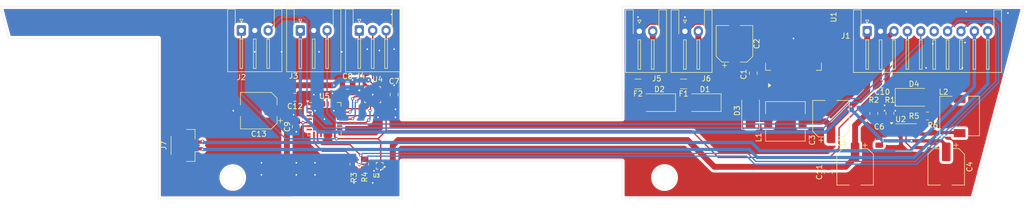
<source format=kicad_pcb>
(kicad_pcb (version 20241229) (generator "pcbnew") (generator_version "9.0")
  (layers (0 "F.Cu" signal) (2 "B.Cu" signal) (13 "F.Paste" user) (15 "B.Paste" user) (5 "F.SilkS" user "F.Silkscreen") (7 "B.SilkS" user "B.Silkscreen") (1 "F.Mask" user) (3 "B.Mask" user) (25 "Edge.Cuts" user))
  (net 0 "")
  (net 1 "GND")
  (net 2 "+5V")
  (net 3 "+10V")
  (net 4 "Net-(U2-TC)")
  (net 5 "Net-(U4-1.8VOUT)")
  (net 6 "Net-(U4-VCP)")
  (net 7 "Net-(D3-K)")
  (net 8 "Net-(D4-A)")
  (net 9 "+12V")
  (net 10 "+3V3")
  (net 11 "Net-(J1-Pin_4)")
  (net 12 "Net-(J1-Pin_5)")
  (net 14 "Net-(U2-Vfb)")
  (net 15 "/SCL")
  (net 16 "/SDA")
  (net 29 "/SPKR+")
  (net 34 "/SPKR-")
  (net 35 "Net-(D1-A)")
  (net 36 "Net-(D2-A)")
  (net 37 "Net-(J6-Pin_2)")
  (net 38 "Net-(J5-Pin_2)")
  (net 39 "/W")
  (net 40 "/V")
  (net 41 "/U")
  (net 42 "/VH")
  (net 43 "Net-(U2-Ipk)")
  (net 44 "/WL")
  (net 45 "Net-(U2-DC)")
  (net 46 "/UL")
  (net 47 "/UH")
  (net 48 "/VL")
  (net 49 "/WH")
  (footprint "Diode_SMD:D_SMA" (layer "F.Cu") (at 185.5 108.5 180)
    (property "Reference" "D1")
    (property "Value" "C437199")
  )
  (footprint "Connector_JST:JST_XH_S3B-XH-A-1_1x03_P2.50mm_Horizontal" (layer "F.Cu") (at 110.5 95)
    (property "Reference" "J3")
    (property "Value" "S3B-XH-A-1(LF)(SN)")
  )
  (footprint "Capacitor_SMD:CP_Elec_6.3x5.4" (layer "F.Cu") (at 209.5 111.5 90)
    (property "Reference" "C3")
    (property "Value" "FVH016ADA101M0654")
  )
  (footprint "Capacitor_SMD:CP_Elec_6.3x5.4" (layer "F.Cu") (at 231 120.5 -90)
    (property "Reference" "C4")
    (property "Value" "FVH016ADA101M0654")
  )
  (footprint "Connector_JST:JST_GH_BM02B-GHS-TBT_1x02-1MP_P1.25mm_Vertical" (layer "F.Cu") (at 89 116.5 90)
    (property "Reference" "J7")
    (property "Value" "BM02B-GHS-TBT(LF)(SN)")
  )
  (footprint "Connector_JST:JST_XH_S2B-XH-A-1_1x02_P2.50mm_Horizontal" (layer "F.Cu") (at 182.25 95.15)
    (property "Reference" "J6")
    (property "Value" "S2B-XH-A-1(LF)(SN)")
  )
  (footprint "MMC5603NJ:XDCR_MMC5603NJ" (layer "F.Cu") (at 125.3 120.3125 180)
    (property "Reference" "U3")
    (property "Value" "MMC5603NJ")
  )
  (footprint "Diode_SMD:D_SMA" (layer "F.Cu") (at 225 107.5)
    (property "Reference" "D4")
    (property "Value" "C437199")
  )
  (footprint "Diode_SMD:D_SMA" (layer "F.Cu") (at 194.5 110 90)
    (property "Reference" "D3")
    (property "Value" "C437199")
  )
  (footprint "Resistor_SMD:R_0805_2012Metric" (layer "F.Cu") (at 120.5 120 90)
    (property "Reference" "R3")
    (property "Value" "0805W8F2701T5E")
  )
  (footprint "Capacitor_SMD:C_0805_2012Metric" (layer "F.Cu") (at 128 107 90)
    (property "Reference" "C7")
    (property "Value" "CL21B104KBCNNNC")
  )
  (footprint "Package_TO_SOT_SMD:TO-263-5_TabPin3" (layer "F.Cu") (at 202.5 97.625 90)
    (property "Reference" "U1")
    (property "Value" "LM2596S-5.0")
  )
  (footprint "Diode_SMD:D_SMA" (layer "F.Cu") (at 177 108.5 180)
    (property "Reference" "D2")
    (property "Value" "C437199")
  )
  (footprint "Connector_JST:JST_XH_S3B-XH-A-1_1x03_P2.50mm_Horizontal" (layer "F.Cu") (at 99.5 95)
    (property "Reference" "J2")
    (property "Value" "S3B-XH-A-1(LF)(SN)")
  )
  (footprint "Connector_JST:JST_XH_S10B-XH-A-1_1x10_P2.50mm_Horizontal" (layer "F.Cu") (at 216.25 95.15)
    (property "Reference" "J1")
    (property "Value" "S10B-XH-A-1(LF)(SN)")
  )
  (footprint "Resistor_SMD:R_0805_2012Metric" (layer "F.Cu") (at 220.5 110.5 90)
    (property "Reference" "R1")
    (property "Value" "0805W8J0102T5E")
  )
  (footprint "Connector_JST:JST_XH_S2B-XH-A-1_1x02_P2.50mm_Horizontal" (layer "F.Cu") (at 173.75 95.15)
    (property "Reference" "J5")
    (property "Value" "S2B-XH-A-1(LF)(SN)")
  )
  (footprint "Capacitor_SMD:CP_Elec_6.3x5.4" (layer "F.Cu") (at 191.5 97.5 90)
    (property "Reference" "C2")
    (property "Value" "FVH016ADA101M0654")
  )
  (footprint "Fuse:Fuse_1206_3216Metric" (layer "F.Cu") (at 173.5 105 180)
    (property "Reference" "F2")
    (property "Value" "SMD1206P025TF")
  )
  (footprint "Resistor_SMD:R_0805_2012Metric" (layer "F.Cu") (at 228.5 115 90)
    (property "Reference" "R6")
    (property "Value" "0805W8F330LT5E")
  )
  (footprint "Connector_JST:JST_XH_S3B-XH-A-1_1x03_P2.50mm_Horizontal" (layer "F.Cu") (at 121.5 95)
    (property "Reference" "J4")
    (property "Value" "S3B-XH-A-1(LF)(SN)")
  )
  (footprint "Capacitor_SMD:C_0805_2012Metric" (layer "F.Cu") (at 109.75 113 90)
    (property "Reference" "C9")
    (property "Value" "CL21B104KBCNNNC")
  )
  (footprint "Capacitor_SMD:C_0805_2012Metric" (layer "F.Cu") (at 219.05 105)
    (property "Reference" "C10")
    (property "Value" "CL21B104KBCNNNC")
  )
  (footprint "Fuse:Fuse_1206_3216Metric" (layer "F.Cu") (at 182 105 180)
    (property "Reference" "F1")
    (property "Value" "SMD1206P025TF")
  )
  (footprint "Package_SO:SOIC-8_3.9x4.9mm_P1.27mm" (layer "F.Cu") (at 223.5 115)
    (property "Reference" "U2")
    (property "Value" "MC34063ADR2G")
  )
  (footprint "Capacitor_SMD:CP_Elec_6.3x5.4" (layer "F.Cu") (at 214 120.5 -90)
    (property "Reference" "C5")
    (property "Value" "FVH016ADA101M0654")
  )
  (footprint "Resistor_SMD:R_0805_2012Metric" (layer "F.Cu") (at 217.5 110.5 90)
    (property "Reference" "R2")
    (property "Value" "0805W8F6801T5E")
  )
  (footprint "TMC6300-LA:QFN40P300X300X90-21N" (layer "F.Cu") (at 124 107)
    (property "Reference" "U4")
    (property "Value" "TMC6300-LA")
  )
  (footprint "Capacitor_SMD:C_0805_2012Metric" (layer "F.Cu") (at 119.3 105.25)
    (property "Reference" "C8")
    (property "Value" "CL21B104KBCNNNC")
  )
  (footprint "Capacitor_SMD:C_0805_2012Metric" (layer "F.Cu") (at 209 121.5 90)
    (property "Reference" "C11")
    (property "Value" "CL21B104KBCNNNC")
  )
  (footprint "Package_DFN_QFN:QFN-28-1EP_6x6mm_P0.65mm_EP4.25x4.25mm" (layer "F.Cu") (at 115 111.58)
    (property "Reference" "U5")
    (property "Value" "MCP23017T-E/ML")
  )
  (footprint "Inductor_SMD:L_7.3x7.3_H4.5" (layer "F.Cu") (at 201 112 180)
    (property "Reference" "L1")
    (property "Value" "SMDRI74-330MT")
  )
  (footprint "Resistor_SMD:R_0805_2012Metric" (layer "F.Cu") (at 227.5 111)
    (property "Reference" "R5")
    (property "Value" "0805W8F1800T5E")
  )
  (footprint "Inductor_SMD:L_7.3x7.3_H4.5" (layer "F.Cu") (at 233.5 111 90)
    (property "Reference" "L2")
    (property "Value" "SMDRI74-330MT")
  )
  (footprint "Resistor_SMD:R_0805_2012Metric" (layer "F.Cu") (at 122.5 120 90)
    (property "Reference" "R4")
    (property "Value" "0805W8F2701T5E")
  )
  (footprint "Capacitor_SMD:CP_Elec_6.3x5.4" (layer "F.Cu") (at 102.75 110 180)
    (property "Reference" "C13")
    (property "Value" "FVH016ADA101M0654")
  )
  (footprint "Capacitor_SMD:C_0805_2012Metric" (layer "F.Cu") (at 218.5 115.5 90)
    (property "Reference" "C6")
    (property "Value" "CC0805JRNPO9BN271")
  )
  (footprint "Capacitor_SMD:C_0805_2012Metric" (layer "F.Cu") (at 109.5 107.5 180)
    (property "Reference" "C12")
    (property "Value" "CL21B104KBCNNNC")
  )
  (footprint "Capacitor_SMD:C_0805_2012Metric" (layer "F.Cu") (at 195 103 -90)
    (property "Reference" "C1")
    (property "Value" "CL21B104KBCNNNC")
  )
  (gr_line (start 129.5 111.5) (end 129.5 90.5) (stroke (width 0.05)) (layer "Edge.Cuts"))
  (gr_line (start 129.5 119.45) (end 129.5 126.5) (stroke (width 0.05)) (layer "Edge.Cuts"))
  (gr_line (start 54.5 90.5) (end 56.083333 96.5) (stroke (width 0.05)) (layer "Edge.Cuts"))
  (gr_circle (center 178.45 122.5) (end 180.45 122.5) (stroke (width 0.05)) (fill no) (layer "Edge.Cuts"))
  (gr_line (start 236 126.5) (end 245.5 90.5) (stroke (width 0.05)) (layer "Edge.Cuts"))
  (gr_circle (center 97.9 122.5) (end 99.9 122.5) (stroke (width 0.05)) (fill no) (layer "Edge.Cuts"))
  (gr_line (start 170.5 111.5) (end 129.5 111.5) (stroke (width 0.05)) (layer "Edge.Cuts"))
  (gr_line (start 170.5 119.45) (end 170.5 126.5) (stroke (width 0.05)) (layer "Edge.Cuts"))
  (gr_line (start 129.5 126.5) (end 84 126.5) (stroke (width 0.05)) (layer "Edge.Cuts"))
  (gr_line (start 245.5 90.5) (end 170.5 90.5) (stroke (width 0.05)) (layer "Edge.Cuts"))
  (gr_line (start 84 126.5) (end 84 96.5) (stroke (width 0.05)) (layer "Edge.Cuts"))
  (gr_line (start 129.5 119.45) (end 170.5 119.45) (stroke (width 0.05)) (layer "Edge.Cuts"))
  (gr_line (start 129.5 90.5) (end 54.5 90.5) (stroke (width 0.05)) (layer "Edge.Cuts"))
  (gr_line (start 170.5 90.5) (end 170.5 111.5) (stroke (width 0.05)) (layer "Edge.Cuts"))
  (gr_line (start 170.5 126.5) (end 236 126.5) (stroke (width 0.05)) (layer "Edge.Cuts"))
  (gr_line (start 84 96.5) (end 56.083333 96.5) (stroke (width 0.05)) (layer "Edge.Cuts"))
  (segment (start 128 106.05) (end 127.45 106.6) (width 0.25) (layer "F.Cu") (net 1))
  (segment (start 128.5 92.75) (end 119.396694 92.75) (width 0.25) (layer "F.Cu") (net 1))
  (segment (start 99.95 110) (end 98 110) (width 1.1) (layer "F.Cu") (net 1))
  (segment (start 221.865 114.365) (end 222.5 115) (width 0.6) (layer "F.Cu") (net 1))
  (segment (start 230.15 122.45) (end 231 123.3) (width 0.6) (layer "F.Cu") (net 1))
  (segment (start 124 108.45) (end 124 107) (width 0.25) (layer "F.Cu") (net 1))
  (segment (start 221.025 114.365) (end 221.865 114.365) (width 0.6) (layer "F.Cu") (net 1))
  (segment (start 218.1 105) (end 218.1 95.8) (width 1) (layer "F.Cu") (net 1))
  (segment (start 182.25 95.15) (end 184.001 93.399) (width 1.1) (layer "F.Cu") (net 1))
  (segment (start 191.5 94.7) (end 195 94.7) (width 1.1) (layer "F.Cu") (net 1))
  (segment (start 205.9 105.275) (end 205.9 99.525) (width 1.1) (layer "F.Cu") (net 1))
  (segment (start 112.1625 112.88) (end 110.82 112.88) (width 0.25) (layer "F.Cu") (net 1))
  (segment (start 125.5 121.0875) (end 125.5 120.5125) (width 0.25) (layer "F.Cu") (net 1))
  (segment (start 221.999999 116.905) (end 221.025 116.905) (width 0.6) (layer "F.Cu") (net 1))
  (segment (start 113.7 112.88) (end 115 111.58) (width 0.25) (layer "F.Cu") (net 1))
  (segment (start 123.2 105.55) (end 123.2 106.2) (width 0.25) (layer "F.Cu") (net 1))
  (segment (start 218.685 114.365) (end 218.5 114.55) (width 0.6) (layer "F.Cu") (net 1))
  (segment (start 205.9 99.525) (end 202.5 96.125) (width 1.1) (layer "F.Cu") (net 1))
  (segment (start 180.499 93.399) (end 182.25 95.15) (width 1.1) (layer "F.Cu") (net 1))
  (segment (start 115.65 112.23) (end 115 111.58) (width 0.25) (layer "F.Cu") (net 1))
  (segment (start 175.501 93.399) (end 180.499 93.399) (width 1.1) (layer "F.Cu") (net 1))
  (segment (start 116.3 112.88) (end 115 111.58) (width 0.25) (layer "F.Cu") (net 1))
  (segment (start 209 122.45) (end 213.15 122.45) (width 0.6) (layer "F.Cu") (net 1))
  (segment (start 124.4 106.6) (end 124 107) (width 0.25) (layer "F.Cu") (net 1))
  (segment (start 127.45 106.6) (end 125.45 106.6) (width 0.25) (layer "F.Cu") (net 1))
  (segment (start 128 105.25) (end 128 106.05) (width 1) (layer "F.Cu") (net 1))
  (segment (start 102 95) (end 102 99) (width 0.6) (layer "F.Cu") (net 1))
  (segment (start 113 95) (end 115.25 92.75) (width 0.6) (layer "F.Cu") (net 1))
  (segment (start 202.5 96.5) (end 202.5 96.125) (width 1.1) (layer "F.Cu") (net 1))
  (segment (start 118.25 93.896694) (end 118.25 99) (width 0.25) (layer "F.Cu") (net 1))
  (segment (start 219.5 110) (end 219.5 109) (width 0.6) (layer "F.Cu") (net 1))
  (segment (start 124.4 107.4) (end 124 107) (width 0.25) (layer "F.Cu") (net 1))
  (segment (start 124.8 105.55) (end 124.8 106.2) (width 0.25) (layer "F.Cu") (net 1))
  (segment (start 113 98) (end 114 99) (width 0.6) (layer "F.Cu") (net 1))
  (segment (start 195 94.7) (end 201.075 94.7) (width 1.1) (layer "F.Cu") (net 1))
  (segment (start 128.5 98) (end 128.5 92.75) (width 0.25) (layer "F.Cu") (net 1))
  (segment (start 116.3 114.4175) (end 116.3 112.88) (width 0.25) (layer "F.Cu") (net 1))
  (segment (start 219 118) (end 219 122.45) (width 0.6) (layer "F.Cu") (net 1))
  (segment (start 220.095 116.905) (end 219 118) (width 0.6) (layer "F.Cu") (net 1))
  (segment (start 221.5 109) (end 221.5 110) (width 0.6) (layer "F.Cu") (net 1))
  (segment (start 124.4 108.45) (end 124.4 107.4) (width 0.25) (layer "F.Cu") (net 1))
  (segment (start 115.65 114.4175) (end 115.65 112.23) (width 0.25) (layer "F.Cu") (net 1))
  (segment (start 209.5 103.125) (end 202.5 96.125) (width 1.1) (layer "F.Cu") (net 1))
  (segment (start 202.5 105.275) (end 202.5 96.5) (width 1.1) (layer "F.Cu") (net 1))
  (segment (start 219.5 109) (end 221.5 109) (width 0.6) (layer "F.Cu") (net 1))
  (segment (start 222.5 115) (end 222.5 116.404999) (width 0.6) (layer "F.Cu") (net 1))
  (segment (start 115 114.4175) (end 115 111.58) (width 0.25) (layer "F.Cu") (net 1))
  (segment (start 184.001 93.399) (end 190.199 93.399) (width 1.1) (layer "F.Cu") (net 1))
  (segment (start 213.15 122.45) (end 214 123.3) (width 0.6) (layer "F.Cu") (net 1))
  (segment (start 222.5 116.404999) (end 221.999999 116.905) (width 0.6) (layer "F.Cu") (net 1))
  (segment (start 124.8 106.2) (end 124 107) (width 0.25) (layer "F.Cu") (net 1))
  (segment (start 195 102.05) (end 195 94.7) (width 0.6) (layer "F.Cu") (net 1))
  (segment (start 112.1625 112.88) (end 113.7 112.88) (width 0.25) (layer "F.Cu") (net 1))
  (segment (start 110.82 112.88) (end 109.75 113.95) (width 0.25) (layer "F.Cu") (net 1))
  (segment (start 219 122.45) (end 230.15 122.45) (width 0.6) (layer "F.Cu") (net 1))
  (segment (start 221.5 110) (end 219.5 110) (width 0.6) (layer "F.Cu") (net 1))
  (segment (start 173.75 95.15) (end 175.501 93.399) (width 1.1) (layer "F.Cu") (net 1))
  (segment (start 190.199 93.399) (end 191.5 94.7) (width 1.1) (layer "F.Cu") (net 1))
  (segment (start 115.25 92.75) (end 119.396694 92.75) (width 0.6) (layer "F.Cu") (net 1))
  (segment (start 125.45 106.6) (end 124.4 106.6) (width 0.25) (layer "F.Cu") (net 1))
  (segment (start 123.2 106.2) (end 124 107) (width 0.25) (layer "F.Cu") (net 1))
  (segment (start 113 95) (end 113 98) (width 0.6) (layer "F.Cu") (net 1))
  (segment (start 213.15 122.45) (end 219 122.45) (width 0.6) (layer "F.Cu") (net 1))
  (segment (start 218.1 95.8) (end 218.75 95.15) (width 1) (layer "F.Cu") (net 1))
  (segment (start 119.396694 92.75) (end 118.25 93.896694) (width 0.25) (layer "F.Cu") (net 1))
  (segment (start 221.025 116.905) (end 220.095 116.905) (width 0.6) (layer "F.Cu") (net 1))
  (segment (start 201.075 94.7) (end 202.5 96.125) (width 1.1) (layer "F.Cu") (net 1))
  (segment (start 221.025 114.365) (end 218.685 114.365) (width 0.6) (layer "F.Cu") (net 1))
  (segment (start 128 98.5) (end 128.5 98) (width 0.25) (layer "F.Cu") (net 1))
  (segment (start 209.5 108.7) (end 209.5 103.125) (width 1.1) (layer "F.Cu") (net 1))
  (via (at 107 99) (size 0.6) (drill 0.3) (layers "F.Cu" "B.Cu") (net 1))
  (via (at 116.75 110) (size 0.6) (drill 0.3) (layers "F.Cu" "B.Cu") (net 1))
  (via (at 124 123.5) (size 0.6) (drill 0.3) (layers "F.Cu" "B.Cu") (net 1))
  (via (at 109.75 119.75) (size 0.6) (drill 0.3) (layers "F.Cu" "B.Cu") (net 1))
  (via (at 120.5 123.5) (size 0.6) (drill 0.3) (layers "F.Cu" "B.Cu") (net 1))
  (via (at 113.25 122) (size 0.6) (drill 0.3) (layers "F.Cu" "B.Cu") (net 1))
  (via (at 123 98.5) (size 0.6) (drill 0.3) (layers "F.Cu" "B.Cu") (net 1))
  (via (at 109.75 113.95) (size 0.6) (drill 0.3) (layers "F.Cu" "B.Cu") (net 1))
  (via (at 128 98.5) (size 0.6) (drill 0.3) (layers "F.Cu" "B.Cu") (net 1))
  (via (at 109.25 110.75) (size 0.6) (drill 0.3) (layers "F.Cu" "B.Cu") (net 1))
  (via (at 118.25 99) (size 0.6) (drill 0.3) (layers "F.Cu" "B.Cu") (net 1))
  (via (at 125.25 98.75) (size 0.6) (drill 0.3) (layers "F.Cu" "B.Cu") (net 1))
  (via (at 109.75 122) (size 0.6) (drill 0.3) (layers "F.Cu" "B.Cu") (net 1))
  (via (at 103.25 122) (size 0.6) (drill 0.3) (layers "F.Cu" "B.Cu") (net 1))
  (via (at 242.5 91.75) (size 0.6) (drill 0.3) (layers "F.Cu" "B.Cu") (net 1))
  (via (at 102 99) (size 0.6) (drill 0.3) (layers "F.Cu" "B.Cu") (net 1))
  (via (at 228.5 97.5) (size 0.6) (drill 0.3) (layers "F.Cu" "B.Cu") (net 1))
  (via (at 98 110) (size 0.6) (drill 0.3) (layers "F.Cu" "B.Cu") (net 1))
  (via (at 182.25 92.5) (size 0.6) (drill 0.3) (layers "F.Cu" "B.Cu") (net 1))
  (via (at 113.25 110) (size 0.6) (drill 0.3) (layers "F.Cu" "B.Cu") (net 1))
  (via (at 116.5 106.75) (size 0.6) (drill 0.3) (layers "F.Cu" "B.Cu") (net 1))
  (via (at 234.75 91.5) (size 0.6) (drill 0.3) (layers "F.Cu" "B.Cu") (net 1))
  (via (at 124.25 121.25) (size 0.6) (drill 0.3) (layers "F.Cu" "B.Cu") (net 1))
  (via (at 128 105.25) (size 0.6) (drill 0.3) (layers "F.Cu" "B.Cu") (net 1))
  (via (at 202.5 96.5) (size 0.6) (drill 0.3) (layers "F.Cu" "B.Cu") (net 1))
  (via (at 114 99) (size 0.6) (drill 0.3) (layers "F.Cu" "B.Cu") (net 1))
  (via (at 115 111.58) (size 0.6) (drill 0.3) (layers "F.Cu" "B.Cu") (net 1))
  (via (at 219.5 110) (size 0.6) (drill 0.3) (layers "F.Cu" "B.Cu") (net 1))
  (via (at 128.25 109.75) (size 0.6) (drill 0.3) (layers "F.Cu" "B.Cu") (net 1))
  (via (at 114.25 107) (size 0.6) (drill 0.3) (layers "F.Cu" "B.Cu") (net 1))
  (via (at 234 102) (size 0.6) (drill 0.3) (layers "F.Cu" "B.Cu") (net 1))
  (via (at 227.25 102) (size 0.6) (drill 0.3) (layers "F.Cu" "B.Cu") (net 1))
  (via (at 127.5 92) (size 0.6) (drill 0.3) (layers "F.Cu" "B.Cu") (net 1))
  (via (at 128.25 111.25) (size 0.6) (drill 0.3) (layers "F.Cu" "B.Cu") (net 1))
  (via (at 103.25 119.75) (size 0.6) (drill 0.3) (layers "F.Cu" "B.Cu") (net 1))
  (via (at 113.25 119.75) (size 0.6) (drill 0.3) (layers "F.Cu" "B.Cu") (net 1))
  (via (at 124 107) (size 0.6) (drill 0.3) (layers "F.Cu" "B.Cu") (net 1))
  (via (at 234.5 97.25) (size 0.6) (drill 0.3) (layers "F.Cu" "B.Cu") (net 1))
  (via (at 221.5 110) (size 0.6) (drill 0.3) (layers "F.Cu" "B.Cu") (net 1))
  (via (at 221.5 109) (size 0.6) (drill 0.3) (layers "F.Cu" "B.Cu") (net 1))
  (via (at 125.5 121.0875) (size 0.6) (drill 0.3) (layers "F.Cu" "B.Cu") (net 1))
  (via (at 125 111.25) (size 0.6) (drill 0.3) (layers "F.Cu" "B.Cu") (net 1))
  (via (at 219.5 109) (size 0.6) (drill 0.3) (layers "F.Cu" "B.Cu") (net 1))
  (via (at 173.5 92.5) (size 0.6) (drill 0.3) (layers "F.Cu" "B.Cu") (net 1))
  (via (at 113 107) (size 0.6) (drill 0.3) (layers "F.Cu" "B.Cu") (net 1))
  (segment (start 102 95) (end 105.026 91.974) (width 0.6) (layer "B.Cu") (net 1))
  (segment (start 105.026 91.974) (end 111.549 91.974) (width 0.6) (layer "B.Cu") (net 1))
  (segment (start 182.25 95.15) (end 182.25 92.5) (width 1.1) (layer "B.Cu") (net 1))
  (segment (start 113 93.425) (end 113 95) (width 0.6) (layer "B.Cu") (net 1))
  (segment (start 173.75 95.15) (end 173.75 92.75) (width 1.1) (layer "B.Cu") (net 1))
  (segment (start 173.75 92.75) (end 173.5 92.5) (width 1.1) (layer "B.Cu") (net 1))
  (segment (start 111.549 91.974) (end 113 93.425) (width 0.6) (layer "B.Cu") (net 1))
  (segment (start 209.5 113) (end 212.75 109.75) (width 1.1) (layer "F.Cu") (net 2))
  (segment (start 228.2225 115.635) (end 228.5 115.9125) (width 0.5) (layer "F.Cu") (net 2))
  (segment (start 230.135 115.635) (end 231 116.5) (width 0.6) (layer "F.Cu") (net 2))
  (segment (start 213.25 109.25) (end 216.25 106.25) (width 1.1) (layer "F.Cu") (net 2))
  (segment (start 227 115.635) (end 230.135 115.635) (width 0.6) (layer "F.Cu") (net 2))
  (segment (start 212.75 109.75) (end 213.25 109.25) (width 1.1) (layer "F.Cu") (net 2))
  (segment (start 224.5 115.635) (end 225.975 115.635) (width 0.6) (layer "F.Cu") (net 2))
  (segment (start 204.2 112) (end 208.5 112) (width 1.1) (layer "F.Cu") (net 2))
  (segment (start 216.25 106.25) (end 216.25 95.15) (width 1.1) (layer "F.Cu") (net 2))
  (segment (start 227 115.635) (end 225.975 115.635) (width 0.6) (layer "F.Cu") (net 2))
  (segment (start 231 116.5) (end 231 117.7) (width 0.6) (layer "F.Cu") (net 2))
  (segment (start 209.5 113) (end 209.5 114.3) (width 1) (layer "F.Cu") (net 2))
  (segment (start 208.5 112) (end 209.5 113) (width 1.1) (layer "F.Cu") (net 2))
  (segment (start 204.2 105.275) (end 204.2 112) (width 1.1) (layer "F.Cu") (net 2))
  (via (at 212.75 109.75) (size 0.6) (drill 0.3) (layers "F.Cu" "B.Cu") (net 2))
  (via (at 224.5 115.635) (size 0.6) (drill 0.3) (layers "F.Cu" "B.Cu") (net 2))
  (via (at 213.25 109.25) (size 0.6) (drill 0.3) (layers "F.Cu" "B.Cu") (net 2))
  (segment (start 213.5 109.5) (end 213.25 109.25) (width 0.6) (layer "B.Cu") (net 2))
  (segment (start 224.5 115.635) (end 219.135 115.635) (width 0.6) (layer "B.Cu") (net 2))
  (segment (start 213 110) (end 212.75 109.75) (width 0.6) (layer "B.Cu") (net 2))
  (segment (start 114 114) (end 208.5 114) (width 0.6) (layer "B.Cu") (net 2))
  (segment (start 208.5 114) (end 212.75 109.75) (width 0.6) (layer "B.Cu") (net 2))
  (segment (start 110.5 110.5) (end 114 114) (width 0.6) (layer "B.Cu") (net 2))
  (segment (start 213.5 110) (end 213.5 109.5) (width 0.6) (layer "B.Cu") (net 2))
  (segment (start 219.135 115.635) (end 213.5 110) (width 0.6) (layer "B.Cu") (net 2))
  (segment (start 213.5 110) (end 213 110) (width 0.6) (layer "B.Cu") (net 2))
  (segment (start 110.5 95) (end 110.5 110.5) (width 0.6) (layer "B.Cu") (net 2))
  (segment (start 120.25 104.25) (end 120.25 105.25) (width 1) (layer "F.Cu") (net 3))
  (segment (start 208.95 120.5) (end 187.75 120.5) (width 1.1) (layer "F.Cu") (net 3))
  (segment (start 216.25 110.5) (end 217.1625 109.5875) (width 1.1) (layer "F.Cu") (net 3))
  (segment (start 218.375 108.375) (end 217.5 109.25) (width 1.1) (layer "F.Cu") (net 3))
  (segment (start 108.55 109.45) (end 108 110) (width 1.1) (layer "F.Cu") (net 3))
  (segment (start 209 120.55) (end 208.95 120.5) (width 1) (layer "F.Cu") (net 3))
  (segment (start 217.5 109.25) (end 217.5 109.5875) (width 1.1) (layer "F.Cu") (net 3))
  (segment (start 214 118.75) (end 212.25 120.5) (width 1.1) (layer "F.Cu") (net 3))
  (segment (start 209.05 120.5) (end 209 120.55) (width 1.1) (layer "F.Cu") (net 3))
  (segment (start 108 123.25) (end 108 110) (width 1.1) (layer "F.Cu") (net 3))
  (segment (start 124 105) (end 123.25 104.25) (width 0.25) (layer "F.Cu") (net 3))
  (segment (start 124 105.55) (end 124 105) (width 0.25) (layer "F.Cu") (net 3))
  (segment (start 214 112.75) (end 214 117.7) (width 1.1) (layer "F.Cu") (net 3))
  (segment (start 187.75 120.5) (end 182.75 115.5) (width 1.1) (layer "F.Cu") (net 3))
  (segment (start 217.1625 109.5875) (end 217.5 109.5875) (width 1.1) (layer "F.Cu") (net 3))
  (segment (start 127.75 122.25) (end 124.75 125.25) (width 1.1) (layer "F.Cu") (net 3))
  (segment (start 109.6 105.25) (end 108.55 106.3) (width 1.1) (layer "F.Cu") (net 3))
  (segment (start 214 117.7) (end 214 118.75) (width 1) (layer "F.Cu") (net 3))
  (segment (start 214 112.75) (end 216.25 110.5) (width 1.1) (layer "F.Cu") (net 3))
  (segment (start 116.75 105.25) (end 109.6 105.25) (width 1.1) (layer "F.Cu") (net 3))
  (segment (start 124.75 125.25) (end 110 125.25) (width 1.1) (layer "F.Cu") (net 3))
  (segment (start 219.25 107.5) (end 218.375 108.375) (width 1.1) (layer "F.Cu") (net 3))
  (segment (start 108 110) (end 105.55 110) (width 1.1) (layer "F.Cu") (net 3))
  (segment (start 182.75 115.5) (end 128.75 115.5) (width 1.1) (layer "F.Cu") (net 3))
  (segment (start 110 125.25) (end 108 123.25) (width 1.1) (layer "F.Cu") (net 3))
  (segment (start 127.75 116.5) (end 127.75 122.25) (width 1.1) (layer "F.Cu") (net 3))
  (segment (start 128.75 115.5) (end 127.75 116.5) (width 1.1) (layer "F.Cu") (net 3))
  (segment (start 212.25 120.5) (end 209.05 120.5) (width 1.1) (layer "F.Cu") (net 3))
  (segment (start 223 107.5) (end 219.25 107.5) (width 1.1) (layer "F.Cu") (net 3))
  (segment (start 216.25 110.5) (end 218.375 108.375) (width 1.1) (layer "F.Cu") (net 3))
  (segment (start 108.55 106.3) (end 108.55 109.45) (width 1.1) (layer "F.Cu") (net 3))
  (via (at 123.25 104.25) (size 0.6) (drill 0.3) (layers "F.Cu" "B.Cu") (net 3))
  (via (at 116.75 105.25) (size 0.6) (drill 0.3) (layers "F.Cu" "B.Cu") (net 3))
  (via (at 120.25 104.25) (size 0.6) (drill 0.3) (layers "F.Cu" "B.Cu") (net 3))
  (segment (start 123.25 104.25) (end 120.25 104.25) (width 1) (layer "B.Cu") (net 3))
  (segment (start 117.75 104.25) (end 120.25 104.25) (width 1) (layer "B.Cu") (net 3))
  (segment (start 116.75 105.25) (end 117.75 104.25) (width 1) (layer "B.Cu") (net 3))
  (segment (start 221.025 115.635) (end 219.315 115.635) (width 0.25) (layer "F.Cu") (net 4))
  (segment (start 219.315 115.635) (end 218.5 116.45) (width 0.25) (layer "F.Cu") (net 4))
  (segment (start 127.05 107) (end 128 107.95) (width 0.25) (layer "F.Cu") (net 5))
  (segment (start 125.45 107) (end 127.05 107) (width 0.25) (layer "F.Cu") (net 5))
  (segment (start 118.35 106.35) (end 118.35 105.25) (width 0.25) (layer "F.Cu") (net 6))
  (segment (start 122.55 106.6) (end 118.6 106.6) (width 0.25) (layer "F.Cu") (net 6))
  (segment (start 118.6 106.6) (end 118.35 106.35) (width 0.25) (layer "F.Cu") (net 6))
  (segment (start 200.8 105.275) (end 200.8 109) (width 1.1) (layer "F.Cu") (net 7))
  (segment (start 200.8 109) (end 197.8 112) (width 1.1) (layer "F.Cu") (net 7))
  (segment (start 194.5 112) (end 197.8 112) (width 0.25) (layer "F.Cu") (net 7))
  (segment (start 233.5 107.8) (end 227.7 107.8) (width 0.6) (layer "F.Cu") (net 8))
  (segment (start 224.5 109.607303) (end 224.5 112) (width 0.6) (layer "F.Cu") (net 8))
  (segment (start 227.5 108) (end 226.107303 108) (width 0.6) (layer "F.Cu") (net 8))
  (segment (start 224.5 112) (end 223.405 113.095) (width 0.6) (layer "F.Cu") (net 8))
  (segment (start 223.405 113.095) (end 221.025 113.095) (width 0.6) (layer "F.Cu") (net 8))
  (segment (start 226.107303 108) (end 224.5 109.607303) (width 0.6) (layer "F.Cu") (net 8))
  (segment (start 227.7 107.8) (end 227.5 108) (width 0.25) (layer "F.Cu") (net 8))
  (segment (start 191.5 104.5) (end 190.725 105.275) (width 1.1) (layer "F.Cu") (net 9))
  (segment (start 191.5 100.3) (end 191.5 104.5) (width 1.1) (layer "F.Cu") (net 9))
  (segment (start 195 105.275) (end 199.1 105.275) (width 1.1) (layer "F.Cu") (net 9))
  (segment (start 195 103.95) (end 195 105.275) (width 1.1) (layer "F.Cu") (net 9))
  (segment (start 190.725 105.275) (end 195 105.275) (width 1.1) (layer "F.Cu") (net 9))
  (segment (start 187.5 108.5) (end 190.725 105.275) (width 1.1) (layer "F.Cu") (net 9))
  (segment (start 181 110.5) (end 185.5 110.5) (width 1.1) (layer "F.Cu") (net 9))
  (segment (start 179 108.5) (end 181 110.5) (width 1.1) (layer "F.Cu") (net 9))
  (segment (start 185.5 110.5) (end 187.5 108.5) (width 1.1) (layer "F.Cu") (net 9))
  (segment (start 188.5 118.75) (end 209.25 118.75) (width 0.25) (layer "F.Cu") (net 10))
  (segment (start 126.25 122) (end 126 122.25) (width 0.25) (layer "F.Cu") (net 10))
  (segment (start 125 115.25) (end 126.5 113.75) (width 0.25) (layer "F.Cu") (net 10))
  (segment (start 126.5 113.75) (end 126.5 108.25) (width 0.25) (layer "F.Cu") (net 10))
  (segment (start 126.05 107.8) (end 125.45 107.8) (width 0.25) (layer "F.Cu") (net 10))
  (segment (start 123.8375 122.25) (end 122.5 120.9125) (width 0.25) (layer "F.Cu") (net 10))
  (segment (start 116.95 114.95) (end 117.25 115.25) (width 0.25) (layer "F.Cu") (net 10))
  (segment (start 112.1625 112.23) (end 110.1 112.23) (width 0.25) (layer "F.Cu") (net 10))
  (segment (start 117.25 115.25) (end 125 115.25) (width 0.25) (layer "F.Cu") (net 10))
  (segment (start 126.5 113.75) (end 183.5 113.75) (width 0.25) (layer "F.Cu") (net 10))
  (segment (start 126 122.25) (end 123.8375 122.25) (width 0.25) (layer "F.Cu") (net 10))
  (segment (start 211 117) (end 211 113.25) (width 0.25) (layer "F.Cu") (net 10))
  (segment (start 126.25 120.3375) (end 126.25 122) (width 0.25) (layer "F.Cu") (net 10))
  (segment (start 217.5 106.75) (end 218.25 106.75) (width 0.25) (layer "F.Cu") (net 10))
  (segment (start 218.25 106.75) (end 220 105) (width 0.25) (layer "F.Cu") (net 10))
  (segment (start 120.5 120.9125) (end 122.5 120.9125) (width 0.25) (layer "F.Cu") (net 10))
  (segment (start 209.25 118.75) (end 211 117) (width 0.25) (layer "F.Cu") (net 10))
  (segment (start 211 113.25) (end 217.5 106.75) (width 0.25) (layer "F.Cu") (net 10))
  (segment (start 220 105) (end 220 96.4) (width 1) (layer "F.Cu") (net 10))
  (segment (start 126.5 108.25) (end 126.05 107.8) (width 0.25) (layer "F.Cu") (net 10))
  (segment (start 220 96.4) (end 221.25 95.15) (width 1) (layer "F.Cu") (net 10))
  (segment (start 125.5 120.1125) (end 126.025 120.1125) (width 0.25) (layer "F.Cu") (net 10))
  (segment (start 110.1 112.23) (end 109.95 112.08) (width 0.25) (layer "F.Cu") (net 10))
  (segment (start 125.5 115.75) (end 125 115.25) (width 0.25) (layer "F.Cu") (net 10))
  (segment (start 116.95 114.4175) (end 116.95 114.95) (width 0.25) (layer "F.Cu") (net 10))
  (segment (start 125.5 120.1125) (end 125.5 115.75) (width 0.25) (layer "F.Cu") (net 10))
  (segment (start 183.5 113.75) (end 188.5 118.75) (width 0.25) (layer "F.Cu") (net 10))
  (segment (start 126.025 120.1125) (end 126.25 120.3375) (width 0.25) (layer "F.Cu") (net 10))
  (via (at 117.25 115.25) (size 0.6) (drill 0.3) (layers "F.Cu" "B.Cu") (net 10))
  (via (at 111 112.23) (size 0.6) (drill 0.3) (layers "F.Cu" "B.Cu") (net 10))
  (segment (start 111 115.25) (end 112.5 115.25) (width 0.25) (layer "B.Cu") (net 10))
  (segment (start 112.5 115.25) (end 107.75 115.25) (width 0.25) (layer "B.Cu") (net 10))
  (segment (start 99.5 95) (end 99.5 107) (width 0.25) (layer "B.Cu") (net 10))
  (segment (start 107.75 115.25) (end 99.5 107) (width 0.25) (layer "B.Cu") (net 10))
  (segment (start 112.5 115.25) (end 117.25 115.25) (width 0.25) (layer "B.Cu") (net 10))
  (segment (start 111 112.23) (end 111 115.25) (width 0.25) (layer "B.Cu") (net 10))
  (segment (start 99.5 107) (end 104.73 112.23) (width 0.25) (layer "B.Cu") (net 10))
  (segment (start 115.5 95) (end 115.5 110.5) (width 0.25) (layer "B.Cu") (net 11))
  (segment (start 212.5 107.75) (end 214.75 107.75) (width 0.25) (layer "B.Cu") (net 11))
  (segment (start 223.75 98.75) (end 223.75 95.15) (width 0.25) (layer "B.Cu") (net 11))
  (segment (start 115.5 110.5) (end 117.5 112.5) (width 0.25) (layer "B.Cu") (net 11))
  (segment (start 214.75 107.75) (end 223.75 98.75) (width 0.25) (layer "B.Cu") (net 11))
  (segment (start 207.75 112.5) (end 212.5 107.75) (width 0.25) (layer "B.Cu") (net 11))
  (segment (start 117.5 112.5) (end 207.75 112.5) (width 0.25) (layer "B.Cu") (net 11))
  (segment (start 208.15 113.25) (end 115 113.25) (width 0.25) (layer "B.Cu") (net 12))
  (segment (start 115 113.25) (end 111.75 110) (width 0.25) (layer "B.Cu") (net 12))
  (segment (start 107 92.5) (end 104.5 95) (width 0.25) (layer "B.Cu") (net 12))
  (segment (start 212.95 108.45) (end 208.15 113.25) (width 0.25) (layer "B.Cu") (net 12))
  (segment (start 226.25 97.25) (end 215.05 108.45) (width 0.25) (layer "B.Cu") (net 12))
  (segment (start 111 92.5) (end 107 92.5) (width 0.25) (layer "B.Cu") (net 12))
  (segment (start 111.75 93.25) (end 111 92.5) (width 0.25) (layer "B.Cu") (net 12))
  (segment (start 215.05 108.45) (end 212.95 108.45) (width 0.25) (layer "B.Cu") (net 12))
  (segment (start 111.75 110) (end 111.75 93.25) (width 0.25) (layer "B.Cu") (net 12))
  (segment (start 226.25 95.15) (end 226.25 97.25) (width 0.25) (layer "B.Cu") (net 12))
  (segment (start 219.721 113.721) (end 222.721 113.721) (width 0.25) (layer "F.Cu") (net 14))
  (segment (start 223.5 116) (end 224.405 116.905) (width 0.25) (layer "F.Cu") (net 14))
  (segment (start 220.5 111.4125) (end 218 111.4125) (width 0.6) (layer "F.Cu") (net 14))
  (segment (start 220.5 111.5) (end 219.5 112.5) (width 0.25) (layer "F.Cu") (net 14))
  (segment (start 220.5 111.4125) (end 220.5 111.5) (width 0.25) (layer "F.Cu") (net 14))
  (segment (start 219.5 112.5) (end 219.5 113.5) (width 0.25) (layer "F.Cu") (net 14))
  (segment (start 219.5 113.5) (end 219.721 113.721) (width 0.25) (layer "F.Cu") (net 14))
  (segment (start 224.405 116.905) (end 225.975 116.905) (width 0.25) (layer "F.Cu") (net 14))
  (segment (start 222.721 113.721) (end 223.5 114.5) (width 0.25) (layer "F.Cu") (net 14))
  (segment (start 223.5 114.5) (end 223.5 116) (width 0.25) (layer "F.Cu") (net 14))
  (segment (start 120.5 119.0875) (end 119 117.5875) (width 0.25) (layer "F.Cu") (net 15))
  (segment (start 119 117.5875) (end 114.6375 117.5875) (width 0.25) (layer "F.Cu") (net 15))
  (segment (start 121.416624 120.004124) (end 120.5 119.0875) (width 0.25) (layer "F.Cu") (net 15))
  (segment (start 123.492594 120.5125) (end 122.984218 120.004124) (width 0.25) (layer "F.Cu") (net 15))
  (segment (start 122.984218 120.004124) (end 121.416624 120.004124) (width 0.25) (layer "F.Cu") (net 15))
  (segment (start 114.6375 117.5875) (end 113.05 116) (width 0.25) (layer "F.Cu") (net 15))
  (segment (start 113.05 116) (end 113.05 114.4175) (width 0.25) (layer "F.Cu") (net 15))
  (segment (start 125.1 120.5125) (end 123.492594 120.5125) (width 0.25) (layer "F.Cu") (net 15))
  (via (at 121.5 120.0875) (size 0.6) (drill 0.3) (layers "F.Cu" "B.Cu") (net 15))
  (segment (start 225.5 120) (end 195.25 120) (width 0.25) (layer "B.Cu") (net 15))
  (segment (start 240.75 104.75) (end 225.5 120) (width 0.25) (layer "B.Cu") (net 15))
  (segment (start 123.0875 118.5) (end 121.5 120.0875) (width 0.25) (layer "B.Cu") (net 15))
  (segment (start 193.75 118.5) (end 123.0875 118.5) (width 0.25) (layer "B.Cu") (net 15))
  (segment (start 231.25 95.15) (end 233.251 93.149) (width 0.25) (layer "B.Cu") (net 15))
  (segment (start 240.75 94) (end 240.75 104.75) (width 0.25) (layer "B.Cu") (net 15))
  (segment (start 195.25 120) (end 193.75 118.5) (width 0.25) (layer "B.Cu") (net 15))
  (segment (start 239.899 93.149) (end 240.75 94) (width 0.25) (layer "B.Cu") (net 15))
  (segment (start 233.251 93.149) (end 239.899 93.149) (width 0.25) (layer "B.Cu") (net 15))
  (segment (start 125.1 120.1125) (end 123.775 120.1125) (width 0.25) (layer "F.Cu") (net 16))
  (segment (start 123.775 120.1125) (end 122.75 119.0875) (width 0.25) (layer "F.Cu") (net 16))
  (segment (start 122.5 119.0875) (end 121.75 118.3375) (width 0.25) (layer "F.Cu") (net 16))
  (segment (start 121.75 118.3375) (end 119.75 116.3375) (width 0.25) (layer "F.Cu") (net 16))
  (segment (start 113.7 115.5) (end 113.7 114.4175) (width 0.25) (layer "F.Cu") (net 16))
  (segment (start 122.75 119.0875) (end 122.5 119.0875) (width 0.25) (layer "F.Cu") (net 16))
  (segment (start 119.75 116.3375) (end 114.5375 116.3375) (width 0.25) (layer "F.Cu") (net 16))
  (segment (start 114.5375 116.3375) (end 113.7 115.5) (width 0.25) (layer "F.Cu") (net 16))
  (via (at 121.75 118.3375) (size 0.6) (drill 0.3) (layers "F.Cu" "B.Cu") (net 16))
  (segment (start 225.25 119.5) (end 195.5 119.5) (width 0.25) (layer "B.Cu") (net 16))
  (segment (start 194 118) (end 122.0875 118) (width 0.25) (layer "B.Cu") (net 16))
  (segment (start 240.25 104.5) (end 225.25 119.5) (width 0.25) (layer "B.Cu") (net 16))
  (segment (start 235.4 93.5) (end 239.5 93.5) (width 0.25) (layer "B.Cu") (net 16))
  (segment (start 240.25 94.25) (end 240.25 104.5) (width 0.25) (layer "B.Cu") (net 16))
  (segment (start 122.0875 118) (end 121.75 118.3375) (width 0.25) (layer "B.Cu") (net 16))
  (segment (start 195.5 119.5) (end 194 118) (width 0.25) (layer "B.Cu") (net 16))
  (segment (start 233.75 95.15) (end 235.4 93.5) (width 0.25) (layer "B.Cu") (net 16))
  (segment (start 239.5 93.5) (end 240.25 94.25) (width 0.25) (layer "B.Cu") (net 16))
  (segment (start 90.95 117.125) (end 92.125 117.125) (width 0.6) (layer "F.Cu") (net 29))
  (segment (start 92.125 117.125) (end 92.25 117.25) (width 0.6) (layer "F.Cu") (net 29))
  (via (at 92.25 117.25) (size 0.6) (drill 0.3) (layers "F.Cu" "B.Cu") (net 29))
  (segment (start 92.25 117.25) (end 194.25 117.25) (width 0.6) (layer "B.Cu") (net 29))
  (segment (start 225 118.75) (end 238.75 105) (width 0.6) (layer "B.Cu") (net 29))
  (segment (start 195.75 118.75) (end 225 118.75) (width 0.6) (layer "B.Cu") (net 29))
  (segment (start 238.75 105) (end 238.75 95.15) (width 0.6) (layer "B.Cu") (net 29))
  (segment (start 194.25 117.25) (end 195.75 118.75) (width 0.6) (layer "B.Cu") (net 29))
  (segment (start 90.95 115.875) (end 92.125 115.875) (width 0.6) (layer "F.Cu") (net 34))
  (segment (start 92.125 115.875) (end 92.25 115.75) (width 0.6) (layer "F.Cu") (net 34))
  (via (at 92.25 115.75) (size 0.6) (drill 0.3) (layers "F.Cu" "B.Cu") (net 34))
  (segment (start 224.25 117.5) (end 236.25 105.5) (width 0.6) (layer "B.Cu") (net 34))
  (segment (start 236.25 105.5) (end 236.25 95.15) (width 0.6) (layer "B.Cu") (net 34))
  (segment (start 194.701 115.951) (end 196.25 117.5) (width 0.6) (layer "B.Cu") (net 34))
  (segment (start 196.25 117.5) (end 224.25 117.5) (width 0.6) (layer "B.Cu") (net 34))
  (segment (start 92.25 115.75) (end 92.451 115.951) (width 0.6) (layer "B.Cu") (net 34))
  (segment (start 92.451 115.951) (end 194.701 115.951) (width 0.6) (layer "B.Cu") (net 34))
  (segment (start 183.4 108.4) (end 183.5 108.5) (width 0.25) (layer "F.Cu") (net 35))
  (segment (start 183.4 105) (end 183.4 108.4) (width 1.1) (layer "F.Cu") (net 35))
  (segment (start 174.9 105) (end 174.9 108.4) (width 1.1) (layer "F.Cu") (net 36))
  (segment (start 174.9 108.4) (end 175 108.5) (width 0.25) (layer "F.Cu") (net 36))
  (segment (start 180.6 101.9) (end 180.6 105) (width 1.1) (layer "F.Cu") (net 37))
  (segment (start 184.75 97.75) (end 180.6 101.9) (width 1.1) (layer "F.Cu") (net 37))
  (segment (start 184.75 95.15) (end 184.75 97.75) (width 1.1) (layer "F.Cu") (net 37))
  (segment (start 176.25 95.15) (end 176.25 97.75) (width 1.1) (layer "F.Cu") (net 38))
  (segment (start 172.1 101.9) (end 172.1 105) (width 1.1) (layer "F.Cu") (net 38))
  (segment (start 176.25 97.75) (end 172.1 101.9) (width 1.1) (layer "F.Cu") (net 38))
  (segment (start 121.7 106.2) (end 122.2 106.2) (width 0.25) (layer "F.Cu") (net 39))
  (segment (start 121.5 106) (end 121.7 106.2) (width 0.25) (layer "F.Cu") (net 39))
  (segment (start 121.5 95) (end 121.5 106) (width 0.25) (layer "F.Cu") (net 39))
  (segment (start 124.4 105.55) (end 124.4 104.319) (width 0.25) (layer "F.Cu") (net 40))
  (segment (start 124.4 104.319) (end 124 103.919) (width 0.25) (layer "F.Cu") (net 40))
  (segment (start 124 95) (end 124 103.919) (width 0.25) (layer "F.Cu") (net 40))
  (segment (start 126.5 105.65) (end 126.5 95) (width 0.25) (layer "F.Cu") (net 41))
  (segment (start 125.45 106.2) (end 125.95 106.2) (width 0.25) (layer "F.Cu") (net 41))
  (segment (start 125.95 106.2) (end 126.5 105.65) (width 0.25) (layer "F.Cu") (net 41))
  (segment (start 122.55 107.4) (end 120.6 107.4) (width 0.25) (layer "F.Cu") (net 42))
  (segment (start 119.72 110.28) (end 119.75 110.25) (width 0.25) (layer "F.Cu") (net 42))
  (segment (start 117.8375 110.28) (end 119.72 110.28) (width 0.25) (layer "F.Cu") (net 42))
  (segment (start 120.6 107.4) (end 120.25 107.75) (width 0.25) (layer "F.Cu") (net 42))
  (via (at 119.75 110.25) (size 0.6) (drill 0.3) (layers "F.Cu" "B.Cu") (net 42))
  (via (at 120.25 107.75) (size 0.6) (drill 0.3) (layers "F.Cu" "B.Cu") (net 42))
  (segment (start 120.25 109.75) (end 120.25 107.75) (width 0.25) (layer "B.Cu") (net 42))
  (segment (start 119.75 110.25) (end 120.25 109.75) (width 0.25) (layer "B.Cu") (net 42))
  (segment (start 228.4125 111) (end 228.4125 114) (width 0.6) (layer "F.Cu") (net 43))
  (segment (start 233.3875 114.0875) (end 233.5 114.2) (width 0.25) (layer "F.Cu") (net 43))
  (segment (start 225.975 114.365) (end 228.2225 114.365) (width 0.6) (layer "F.Cu") (net 43))
  (segment (start 228.2225 114.365) (end 228.5 114.0875) (width 0.6) (layer "F.Cu") (net 43))
  (segment (start 228.5 114.0875) (end 233.3875 114.0875) (width 0.6) (layer "F.Cu") (net 43))
  (segment (start 228.4125 114) (end 228.5 114.0875) (width 0.25) (layer "F.Cu") (net 43))
  (segment (start 123.25 111.75) (end 122.77 112.23) (width 0.25) (layer "F.Cu") (net 44))
  (segment (start 122.77 112.23) (end 117.8375 112.23) (width 0.25) (layer "F.Cu") (net 44))
  (segment (start 123.6 109.9) (end 123.5 110) (width 0.25) (layer "F.Cu") (net 44))
  (segment (start 123.6 108.45) (end 123.6 109.9) (width 0.25) (layer "F.Cu") (net 44))
  (via (at 123.5 110) (size 0.6) (drill 0.3) (layers "F.Cu" "B.Cu") (net 44))
  (via (at 123.25 111.75) (size 0.6) (drill 0.3) (layers "F.Cu" "B.Cu") (net 44))
  (segment (start 123.25 111.75) (end 123.5 111.5) (width 0.25) (layer "B.Cu") (net 44))
  (segment (start 123.5 111.5) (end 123.5 110) (width 0.25) (layer "B.Cu") (net 44))
  (segment (start 225.975 111.6125) (end 226.5875 111) (width 0.6) (layer "F.Cu") (net 45))
  (segment (start 225.975 113.095) (end 225.975 111.6125) (width 0.6) (layer "F.Cu") (net 45))
  (segment (start 123.2 109.3) (end 123.2 108.45) (width 0.25) (layer "F.Cu") (net 46))
  (segment (start 117.8375 109.63) (end 122.87 109.63) (width 0.25) (layer "F.Cu") (net 46))
  (segment (start 122.87 109.63) (end 123.2 109.3) (width 0.25) (layer "F.Cu") (net 46))
  (segment (start 116.95 108.7425) (end 116.95 107.6625) (width 0.25) (layer "F.Cu") (net 47))
  (segment (start 117.6125 107) (end 122.55 107) (width 0.25) (layer "F.Cu") (net 47))
  (segment (start 116.95 107.6625) (end 117.6125 107) (width 0.25) (layer "F.Cu") (net 47))
  (segment (start 124.8 110.2) (end 124.8 108.45) (width 0.25) (layer "F.Cu") (net 48))
  (segment (start 117.8375 110.93) (end 124.07 110.93) (width 0.25) (layer "F.Cu") (net 48))
  (segment (start 124.07 110.93) (end 124.8 110.2) (width 0.25) (layer "F.Cu") (net 48))
  (segment (start 122.55 107.8) (end 121.45 107.8) (width 0.25) (layer "F.Cu") (net 49))
  (segment (start 121.45 107.8) (end 121 108.25) (width 0.25) (layer "F.Cu") (net 49))
  (segment (start 117.8375 111.58) (end 120.17 111.58) (width 0.25) (layer "F.Cu") (net 49))
  (segment (start 120.17 111.58) (end 120.25 111.5) (width 0.25) (layer "F.Cu") (net 49))
  (via (at 121 108.25) (size 0.6) (drill 0.3) (layers "F.Cu" "B.Cu") (net 49))
  (via (at 120.25 111.5) (size 0.6) (drill 0.3) (layers "F.Cu" "B.Cu") (net 49))
  (segment (start 120.75 111) (end 120.75 108.5) (width 0.25) (layer "B.Cu") (net 49))
  (segment (start 120.25 111.5) (end 120.75 111) (width 0.25) (layer "B.Cu") (net 49))
  (segment (start 120.75 108.5) (end 121 108.25) (width 0.25) (layer "B.Cu") (net 49))
  (zone (net 1) (net_name "GND") (layer "F.Cu") (priority 1) (connect_pads yes (clearance 0.5)) (min_thickness 0.25) (fill yes (thermal_gap 0.5) (thermal_bridge_width 0.5))
    (polygon (pts (xy 54.5 90.5) (xy 245.5 90.5) (xy 245.5 126.5) (xy 54.5 126.5)))
  )
  (zone (net 1) (net_name "GND") (layer "B.Cu") (connect_pads yes (clearance 0.5)) (min_thickness 0.25) (fill yes (thermal_gap 0.5) (thermal_bridge_width 0.5))
    (polygon (pts (xy 245.5 90.5) (xy 54.5 90.5) (xy 54.5 126.5) (xy 245.5 126.5)))
  )
)
</source>
